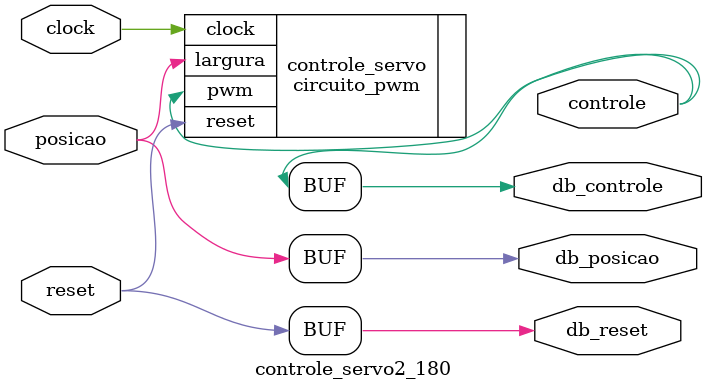
<source format=v>
module controle_servo2_180 (
    input wire clock,
    input wire reset,
    input wire posicao,
    output wire controle,
    output wire db_reset,
    output wire db_posicao,
    output wire db_controle
);

      circuito_pwm #(           
        .conf_periodo (1000000),   // 20ms = 20ms / 20ns = 1000000 
        .largura_0    (28204  ),   // 2º - 28204
        .largura_1    (76115  )    // 95º - 76115
      ) controle_servo (
        .clock   (clock   ),
        .reset   (reset   ),
        .largura (posicao ),
        .pwm     (controle)
    );

    assign db_reset = reset;
    assign db_posicao = posicao;
    assign db_controle = controle;

endmodule

</source>
